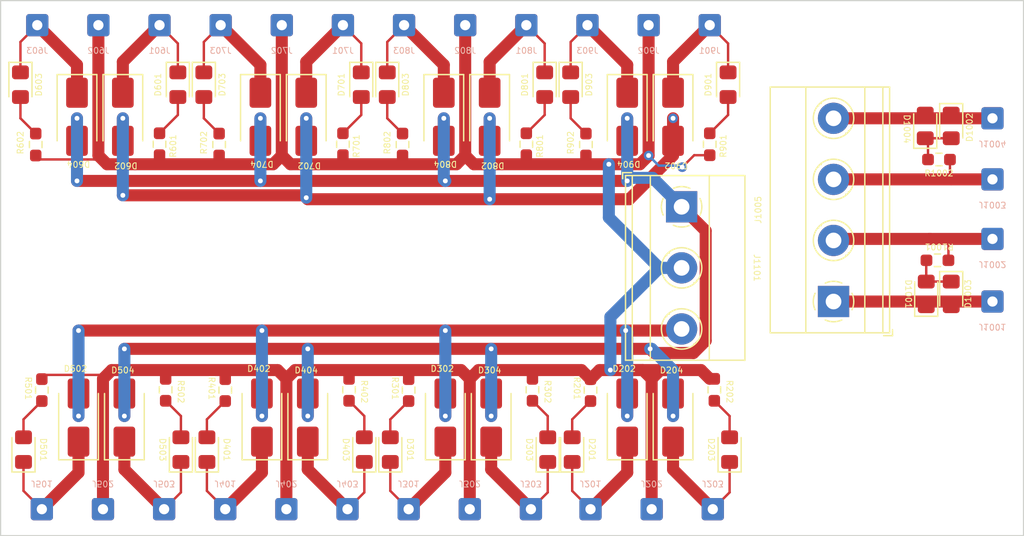
<source format=kicad_pcb>
(kicad_pcb (version 20240108) (generator "pcbnew") (generator_version "8.0")
  (layers (0 "F.Cu" signal) (31 "B.Cu" signal) (34 "B.Paste" user) (35 "F.Paste" user) (36 "B.SilkS" user "B.Silkscreen") (37 "F.SilkS" user "F.Silkscreen") (38 "B.Mask" user) (39 "F.Mask" user) (44 "Edge.Cuts" user))
  (net 0 "")
  (net 1 "Net-(D201-A)")
  (net 2 "Net-(D201-K)")
  (net 3 "A")
  (net 4 "Net-(D203-K)")
  (net 5 "Net-(D203-A)")
  (net 6 "B")
  (net 7 "Net-(D301-K)")
  (net 8 "Net-(D301-A)")
  (net 9 "Net-(D303-A)")
  (net 10 "Net-(D303-K)")
  (net 11 "Net-(D401-K)")
  (net 12 "Net-(D401-A)")
  (net 13 "Net-(D403-K)")
  (net 14 "Net-(D403-A)")
  (net 15 "Net-(D501-K)")
  (net 16 "Net-(D501-A)")
  (net 17 "Net-(D503-K)")
  (net 18 "Net-(D503-A)")
  (net 19 "Net-(D601-A)")
  (net 20 "Net-(D601-K)")
  (net 21 "Net-(D603-K)")
  (net 22 "Net-(D603-A)")
  (net 23 "Net-(D701-K)")
  (net 24 "Net-(D701-A)")
  (net 25 "Net-(D703-A)")
  (net 26 "Net-(D703-K)")
  (net 27 "Net-(D801-A)")
  (net 28 "Net-(D801-K)")
  (net 29 "Net-(D803-K)")
  (net 30 "Net-(D803-A)")
  (net 31 "Net-(D901-K)")
  (net 32 "Net-(D901-A)")
  (net 33 "Net-(D903-A)")
  (net 34 "Net-(D903-K)")
  (net 35 "VCC")
  (net 36 "Net-(J1002-Pin_1)")
  (net 37 "Net-(J1003-Pin_1)")
  (net 38 "Net-(D1001-K)")
  (net 39 "Net-(D1001-A)")
  (net 40 "Net-(D1002-K)")
  (net 41 "Net-(D1002-A)")
  (footprint "Diode_SMD:D_SMA" (layer "F.Cu") (at 121.285 114.681 90)
    (property "Reference" "D504")
    (property "Value" "SS53")
  )
  (footprint "LED_SMD:LED_0805_2012Metric_Pad1.15x1.40mm_HandSolder" (layer "F.Cu") (at 143.383 117.348 90)
    (property "Reference" "D301")
    (property "Value" "LED")
  )
  (footprint "Diode_SMD:D_SMA" (layer "F.Cu") (at 147.828 89.662 -90)
    (property "Reference" "D804")
    (property "Value" "SS53")
  )
  (footprint "custom_kicad_lib_sk:R_0603_smalltext" (layer "F.Cu") (at 129.667 112.395 90)
    (property "Reference" "R401")
    (property "Value" "10k")
  )
  (footprint "LED_SMD:LED_0805_2012Metric_Pad1.15x1.40mm_HandSolder" (layer "F.Cu") (at 187.833 90.424 90)
    (property "Reference" "D1004")
    (property "Value" "LED")
  )
  (footprint "custom_kicad_lib_sk:R_0603_smalltext" (layer "F.Cu") (at 159.639 91.9715 -90)
    (property "Reference" "R902")
    (property "Value" "10k")
  )
  (footprint "custom_kicad_lib_sk:R_0603_smalltext" (layer "F.Cu") (at 124.714 112.3715 90)
    (property "Reference" "R502")
    (property "Value" "10k")
  )
  (footprint "Diode_SMD:D_SMA" (layer "F.Cu") (at 117.348 89.662 -90)
    (property "Reference" "D604")
    (property "Value" "SS53")
  )
  (footprint "Diode_SMD:D_SMA" (layer "F.Cu") (at 163.068 114.681 90)
    (property "Reference" "D202")
    (property "Value" "SS53")
  )
  (footprint "LED_SMD:LED_0805_2012Metric_Pad1.15x1.40mm_HandSolder" (layer "F.Cu") (at 171.45 86.995 -90)
    (property "Reference" "D901")
    (property "Value" "LED")
  )
  (footprint "Diode_SMD:D_SMA" (layer "F.Cu") (at 132.588 89.662 -90)
    (property "Reference" "D704")
    (property "Value" "SS53")
  )
  (footprint "Diode_SMD:D_SMA" (layer "F.Cu") (at 151.638 89.662 -90)
    (property "Reference" "D802")
    (property "Value" "SS53")
  )
  (footprint "LED_SMD:LED_0805_2012Metric_Pad1.15x1.40mm_HandSolder" (layer "F.Cu") (at 156.464 117.348 90)
    (property "Reference" "D303")
    (property "Value" "LED")
  )
  (footprint "Diode_SMD:D_SMA" (layer "F.Cu") (at 166.878 89.662 -90)
    (property "Reference" "D902")
    (property "Value" "SS53")
  )
  (footprint "LED_SMD:LED_0805_2012Metric_Pad1.15x1.40mm_HandSolder" (layer "F.Cu") (at 156.21 86.995 -90)
    (property "Reference" "D801")
    (property "Value" "LED")
  )
  (footprint "TerminalBlock_Phoenix:TerminalBlock_Phoenix_MKDS-1,5-3-5.08_1x03_P5.08mm_Horizontal" (layer "F.Cu") (at 167.589 97.15 -90)
    (property "Reference" "J1101")
    (property "Value" "COIL")
  )
  (footprint "LED_SMD:LED_0805_2012Metric_Pad1.15x1.40mm_HandSolder" (layer "F.Cu") (at 125.73 86.995 -90)
    (property "Reference" "D601")
    (property "Value" "LED")
  )
  (footprint "Diode_SMD:D_SMA" (layer "F.Cu") (at 136.525 114.681 90)
    (property "Reference" "D404")
    (property "Value" "SS53")
  )
  (footprint "TerminalBlock_Phoenix:TerminalBlock_Phoenix_MKDS-1,5-4-5.08_1x04_P5.08mm_Horizontal" (layer "F.Cu") (at 180.213 105.029 90)
    (property "Reference" "J1005")
    (property "Value" "Screw_Terminal_01x04")
  )
  (footprint "LED_SMD:LED_0805_2012Metric_Pad1.15x1.40mm_HandSolder" (layer "F.Cu") (at 187.916 104.394 90)
    (property "Reference" "D1001")
    (property "Value" "LED")
  )
  (footprint "custom_kicad_lib_sk:R_0603_smalltext" (layer "F.Cu") (at 154.686 91.948 -90)
    (property "Reference" "R801")
    (property "Value" "10k")
  )
  (footprint "Diode_SMD:D_SMA" (layer "F.Cu") (at 147.955 114.681 90)
    (property "Reference" "D302")
    (property "Value" "SS53")
  )
  (footprint "custom_kicad_lib_sk:R_0603_smalltext" (layer "F.Cu") (at 188.849 101.6)
    (property "Reference" "R1001")
    (property "Value" "10k")
  )
  (footprint "custom_kicad_lib_sk:R_0603_smalltext" (layer "F.Cu") (at 144.399 91.9715 -90)
    (property "Reference" "R802")
    (property "Value" "10k")
  )
  (footprint "custom_kicad_lib_sk:R_0603_smalltext" (layer "F.Cu") (at 144.907 112.395 90)
    (property "Reference" "R301")
    (property "Value" "10k")
  )
  (footprint "LED_SMD:LED_0805_2012Metric_Pad1.15x1.40mm_HandSolder" (layer "F.Cu") (at 128.143 117.348 90)
    (property "Reference" "D401")
    (property "Value" "LED")
  )
  (footprint "custom_kicad_lib_sk:R_0603_smalltext" (layer "F.Cu") (at 170.307 112.3715 90)
    (property "Reference" "R202")
    (property "Value" "10k")
  )
  (footprint "custom_kicad_lib_sk:R_0603_smalltext" (layer "F.Cu") (at 160.02 112.395 90)
    (property "Reference" "R201")
    (property "Value" "10k")
  )
  (footprint "LED_SMD:LED_0805_2012Metric_Pad1.15x1.40mm_HandSolder" (layer "F.Cu") (at 143.129 86.995 -90)
    (property "Reference" "D803")
    (property "Value" "LED")
  )
  (footprint "custom_kicad_lib_sk:R_0603_smalltext" (layer "F.Cu") (at 155.194 112.3715 90)
    (property "Reference" "R302")
    (property "Value" "10k")
  )
  (footprint "LED_SMD:LED_0805_2012Metric_Pad1.15x1.40mm_HandSolder" (layer "F.Cu") (at 141.224 117.348 90)
    (property "Reference" "D403")
    (property "Value" "LED")
  )
  (footprint "Diode_SMD:D_SMA" (layer "F.Cu") (at 166.878 114.681 90)
    (property "Reference" "D204")
    (property "Value" "SS53")
  )
  (footprint "Diode_SMD:D_SMA" (layer "F.Cu") (at 136.398 89.662 -90)
    (property "Reference" "D702")
    (property "Value" "SS53")
  )
  (footprint "Diode_SMD:D_SMA" (layer "F.Cu") (at 132.715 114.681 90)
    (property "Reference" "D402")
    (property "Value" "SS53")
  )
  (footprint "LED_SMD:LED_0805_2012Metric_Pad1.15x1.40mm_HandSolder" (layer "F.Cu") (at 125.984 117.348 90)
    (property "Reference" "D503")
    (property "Value" "LED")
  )
  (footprint "custom_kicad_lib_sk:R_0603_smalltext" (layer "F.Cu") (at 113.919 91.9715 -90)
    (property "Reference" "R602")
    (property "Value" "10k")
  )
  (footprint "LED_SMD:LED_0805_2012Metric_Pad1.15x1.40mm_HandSolder" (layer "F.Cu") (at 112.903 117.348 90)
    (property "Reference" "D501")
    (property "Value" "LED")
  )
  (footprint "LED_SMD:LED_0805_2012Metric_Pad1.15x1.40mm_HandSolder" (layer "F.Cu") (at 171.577 117.348 90)
    (property "Reference" "D203")
    (property "Value" "LED")
  )
  (footprint "custom_kicad_lib_sk:R_0603_smalltext" (layer "F.Cu") (at 169.926 91.948 -90)
    (property "Reference" "R901")
    (property "Value" "10k")
  )
  (footprint "LED_SMD:LED_0805_2012Metric_Pad1.15x1.40mm_HandSolder" (layer "F.Cu") (at 158.496 117.348 90)
    (property "Reference" "D201")
    (property "Value" "LED")
  )
  (footprint "Diode_SMD:D_SMA" (layer "F.Cu") (at 117.475 114.681 90)
    (property "Reference" "D502")
    (property "Value" "SS53")
  )
  (footprint "LED_SMD:LED_0805_2012Metric_Pad1.15x1.40mm_HandSolder" (layer "F.Cu") (at 158.369 86.995 -90)
    (property "Reference" "D903")
    (property "Value" "LED")
  )
  (footprint "custom_kicad_lib_sk:R_0603_smalltext" (layer "F.Cu") (at 129.159 91.9715 -90)
    (property "Reference" "R702")
    (property "Value" "10k")
  )
  (footprint "LED_SMD:LED_0805_2012Metric_Pad1.15x1.40mm_HandSolder" (layer "F.Cu") (at 140.97 86.995 -90)
    (property "Reference" "D701")
    (property "Value" "LED")
  )
  (footprint "custom_kicad_lib_sk:R_0603_smalltext" (layer "F.Cu") (at 139.446 91.948 -90)
    (property "Reference" "R701")
    (property "Value" "10k")
  )
  (footprint "custom_kicad_lib_sk:R_0603_smalltext" (layer "F.Cu") (at 139.954 112.3715 90)
    (property "Reference" "R402")
    (property "Value" "10k")
  )
  (footprint "custom_kicad_lib_sk:R_0603_smalltext" (layer "F.Cu") (at 188.976 93.218)
    (property "Reference" "R1002")
    (property "Value" "10k")
  )
  (footprint "LED_SMD:LED_0805_2012Metric_Pad1.15x1.40mm_HandSolder" (layer "F.Cu") (at 189.992 90.424 -90)
    (property "Reference" "D1002")
    (property "Value" "LED")
  )
  (footprint "custom_kicad_lib_sk:R_0603_smalltext" (layer "F.Cu") (at 124.206 91.948 -90)
    (property "Reference" "R601")
    (property "Value" "10k")
  )
  (footprint "Diode_SMD:D_SMA" (layer "F.Cu") (at 163.068 89.662 -90)
    (property "Reference" "D904")
    (property "Value" "SS53")
  )
  (footprint "custom_kicad_lib_sk:R_0603_smalltext" (layer "F.Cu") (at 114.427 112.395 90)
    (property "Reference" "R501")
    (property "Value" "10k")
  )
  (footprint "LED_SMD:LED_0805_2012Metric_Pad1.15x1.40mm_HandSolder" (layer "F.Cu") (at 127.889 86.995 -90)
    (property "Reference" "D703")
    (property "Value" "LED")
  )
  (footprint "Diode_SMD:D_SMA" (layer "F.Cu") (at 121.158 89.662 -90)
    (property "Reference" "D602")
    (property "Value" "SS53")
  )
  (footprint "Diode_SMD:D_SMA" (layer "F.Cu") (at 151.765 114.681 90)
    (property "Reference" "D304")
    (property "Value" "SS53")
  )
  (footprint "LED_SMD:LED_0805_2012Metric_Pad1.15x1.40mm_HandSolder" (layer "F.Cu") (at 112.649 86.995 -90)
    (property "Reference" "D603")
    (property "Value" "LED")
  )
  (footprint "LED_SMD:LED_0805_2012Metric_Pad1.15x1.40mm_HandSolder" (layer "F.Cu") (at 189.992 104.394 -90)
    (property "Reference" "D1003")
    (property "Value" "LED")
  )
  (footprint "custom_kicad_lib_sk:pogopin" (layer "B.Cu") (at 193.421 99.822)
    (property "Reference" "J1002")
    (property "Value" "POGO")
  )
  (footprint "custom_kicad_lib_sk:pogopin" (layer "B.Cu") (at 134.366 82.042)
    (property "Reference" "J702")
    (property "Value" "pogo")
  )
  (footprint "custom_kicad_lib_sk:pogopin" (layer "B.Cu") (at 169.926 82.042)
    (property "Reference" "J901")
    (property "Value" "pogo")
  )
  (footprint "custom_kicad_lib_sk:pogopin" (layer "B.Cu") (at 149.987 122.301 180)
    (property "Reference" "J302")
    (property "Value" "pogo")
  )
  (footprint "custom_kicad_lib_sk:pogopin" (layer "B.Cu") (at 139.827 122.301 180)
    (property "Reference" "J403")
    (property "Value" "pogo")
  )
  (footprint "custom_kicad_lib_sk:pogopin" (layer "B.Cu") (at 159.766 82.042)
    (property "Reference" "J903")
    (property "Value" "pogo")
  )
  (footprint "custom_kicad_lib_sk:pogopin" (layer "B.Cu") (at 139.446 82.042)
    (property "Reference" "J701")
    (property "Value" "pogo")
  )
  (footprint "custom_kicad_lib_sk:pogopin" (layer "B.Cu") (at 170.18 122.301 180)
    (property "Reference" "J203")
    (property "Value" "pogo")
  )
  (footprint "custom_kicad_lib_sk:pogopin" (layer "B.Cu") (at 154.686 82.042)
    (property "Reference" "J801")
    (property "Value" "pogo")
  )
  (footprint "custom_kicad_lib_sk:pogopin" (layer "B.Cu") (at 129.667 122.301 180)
    (property "Reference" "J401")
    (property "Value" "pogo")
  )
  (footprint "custom_kicad_lib_sk:pogopin" (layer "B.Cu") (at 124.206 82.042)
    (property "Reference" "J601")
    (property "Value" "pogo")
  )
  (footprint "custom_kicad_lib_sk:pogopin" (layer "B.Cu") (at 114.046 82.042)
    (property "Reference" "J603")
    (property "Value" "pogo")
  )
  (footprint "custom_kicad_lib_sk:pogopin" (layer "B.Cu") (at 149.606 82.042)
    (property "Reference" "J802")
    (property "Value" "pogo")
  )
  (footprint "custom_kicad_lib_sk:pogopin" (layer "B.Cu") (at 144.526 82.042)
    (property "Reference" "J803")
    (property "Value" "pogo")
  )
  (footprint "custom_kicad_lib_sk:pogopin" (layer "B.Cu") (at 165.1 122.301 180)
    (property "Reference" "J202")
    (property "Value" "pogo")
  )
  (footprint "custom_kicad_lib_sk:pogopin" (layer "B.Cu") (at 124.587 122.301 180)
    (property "Reference" "J503")
    (property "Value" "pogo")
  )
  (footprint "custom_kicad_lib_sk:pogopin" (layer "B.Cu") (at 119.126 82.042)
    (property "Reference" "J602")
    (property "Value" "pogo")
  )
  (footprint "custom_kicad_lib_sk:pogopin" (layer "B.Cu") (at 134.747 122.301 180)
    (property "Reference" "J402")
    (property "Value" "pogo")
  )
  (footprint "custom_kicad_lib_sk:pogopin" (layer "B.Cu") (at 114.427 122.301 180)
    (property "Reference" "J501")
    (property "Value" "pogo")
  )
  (footprint "custom_kicad_lib_sk:pogopin" (layer "B.Cu") (at 164.846 82.042)
    (property "Reference" "J902")
    (property "Value" "pogo")
  )
  (footprint "custom_kicad_lib_sk:pogopin" (layer "B.Cu") (at 119.507 122.301 180)
    (property "Reference" "J502")
    (property "Value" "pogo")
  )
  (footprint "custom_kicad_lib_sk:pogopin" (layer "B.Cu") (at 160.02 122.301 180)
    (property "Reference" "J201")
    (property "Value" "pogo")
  )
  (footprint "custom_kicad_lib_sk:pogopin" (layer "B.Cu") (at 129.286 82.042)
    (property "Reference" "J703")
    (property "Value" "pogo")
  )
  (footprint "custom_kicad_lib_sk:pogopin" (layer "B.Cu") (at 155.067 122.301 180)
    (property "Reference" "J303")
    (property "Value" "pogo")
  )
  (footprint "custom_kicad_lib_sk:pogopin" (layer "B.Cu") (at 193.421 94.869)
    (property "Reference" "J1003")
    (property "Value" "POGO")
  )
  (footprint "custom_kicad_lib_sk:pogopin" (layer "B.Cu") (at 144.907 122.301 180)
    (property "Reference" "J301")
    (property "Value" "pogo")
  )
  (footprint "custom_kicad_lib_sk:pogopin" (layer "B.Cu") (at 193.421 89.789)
    (property "Reference" "J1004")
    (property "Value" "POGO")
  )
  (footprint "custom_kicad_lib_sk:pogopin" (layer "B.Cu") (at 193.421 105.029)
    (property "Reference" "J1001")
    (property "Value" "POGO")
  )
  (gr_rect (start 111 80) (end 196 124.5) (stroke (width 0.1)) (fill none) (layer "Edge.Cuts"))
  (segment (start 158.496 114.8315) (end 160.02 113.3075) (width 0.2) (layer "F.Cu") (net 1))
  (segment (start 158.496 116.323) (end 158.496 114.8315) (width 0.2) (layer "F.Cu") (net 1))
  (segment (start 162.392 117.357) (end 163.068 116.681) (width 0.2) (layer "F.Cu") (net 2))
  (segment (start 158.496 120.777) (end 160.02 122.301) (width 0.2) (layer "F.Cu") (net 2))
  (segment (start 160.02 122.301) (end 163.068 119.253) (width 1) (layer "F.Cu") (net 2))
  (segment (start 158.496 118.373) (end 158.496 120.777) (width 0.2) (layer "F.Cu") (net 2))
  (segment (start 163.068 119.253) (end 163.068 116.681) (width 1) (layer "F.Cu") (net 2))
  (segment (start 121.158 91.662) (end 121.158 89.789) (width 1) (layer "F.Cu") (net 3))
  (segment (start 163.241056 96.52) (end 151.638 96.52) (width 1) (layer "F.Cu") (net 3))
  (segment (start 117.475 112.681) (end 117.475 114.554) (width 1) (layer "F.Cu") (net 3))
  (segment (start 162.941 107.442) (end 167.457 107.442) (width 1) (layer "F.Cu") (net 3))
  (segment (start 166.878 91.662) (end 166.878 92.883056) (width 1) (layer "F.Cu") (net 3))
  (segment (start 166.878 92.883056) (end 163.241056 96.52) (width 1) (layer "F.Cu") (net 3))
  (segment (start 136.201 96.196) (end 121.158 96.196) (width 1) (layer "F.Cu") (net 3))
  (segment (start 136.398 91.662) (end 136.398 89.789) (width 1) (layer "F.Cu") (net 3))
  (segment (start 136.398 96.393) (end 136.201 96.196) (width 1) (layer "F.Cu") (net 3))
  (segment (start 147.955 107.442) (end 162.941 107.442) (width 1) (layer "F.Cu") (net 3))
  (segment (start 117.475 107.442) (end 132.715 107.442) (width 1) (layer "F.Cu") (net 3))
  (segment (start 136.525 96.52) (end 136.398 96.393) (width 1) (layer "F.Cu") (net 3))
  (segment (start 151.638 96.52) (end 136.525 96.52) (width 1) (layer "F.Cu") (net 3))
  (segment (start 167.457 107.442) (end 167.589 107.31) (width 1) (layer "F.Cu") (net 3))
  (segment (start 166.878 91.662) (end 166.878 89.789) (width 1) (layer "F.Cu") (net 3))
  (segment (start 132.715 107.442) (end 147.955 107.442) (width 1) (layer "F.Cu") (net 3))
  (segment (start 132.715 112.681) (end 132.715 114.554) (width 1) (layer "F.Cu") (net 3))
  (segment (start 147.955 112.681) (end 147.955 114.554) (width 1) (layer "F.Cu") (net 3))
  (segment (start 163.068 112.681) (end 163.068 114.554) (width 1) (layer "F.Cu") (net 3))
  (segment (start 151.638 91.662) (end 151.638 89.789) (width 1) (layer "F.Cu") (net 3))
  (via (at 151.638 96.52) (size 0.8) (drill 0.4) (layers "F.Cu" "B.Cu") (net 3))
  (via (at 136.398 96.393) (size 0.8) (drill 0.4) (layers "F.Cu" "B.Cu") (net 3))
  (via (at 162.941 107.442) (size 0.8) (drill 0.4) (layers "F.Cu" "B.Cu") (net 3))
  (via (at 163.068 114.554) (size 0.8) (drill 0.4) (layers "F.Cu" "B.Cu") (net 3))
  (via (at 136.398 89.789) (size 0.8) (drill 0.4) (layers "F.Cu" "B.Cu") (net 3))
  (via (at 117.475 107.442) (size 0.8) (drill 0.4) (layers "F.Cu" "B.Cu") (net 3))
  (via (at 121.158 96.196) (size 0.8) (drill 0.4) (layers "F.Cu" "B.Cu") (net 3))
  (via (at 117.475 114.554) (size 0.8) (drill 0.4) (layers "F.Cu" "B.Cu") (net 3))
  (via (at 147.955 107.442) (size 0.8) (drill 0.4) (layers "F.Cu" "B.Cu") (net 3))
  (via (at 151.638 89.789) (size 0.8) (drill 0.4) (layers "F.Cu" "B.Cu") (net 3))
  (via (at 132.715 114.554) (size 0.8) (drill 0.4) (layers "F.Cu" "B.Cu") (net 3))
  (via (at 147.955 114.554) (size 0.8) (drill 0.4) (layers "F.Cu" "B.Cu") (net 3))
  (via (at 121.158 89.789) (size 0.8) (drill 0.4) (layers "F.Cu" "B.Cu") (net 3))
  (via (at 132.715 107.442) (size 0.8) (drill 0.4) (layers "F.Cu" "B.Cu") (net 3))
  (via (at 166.878 89.789) (size 0.8) (drill 0.4) (layers "F.Cu" "B.Cu") (net 3))
  (segment (start 151.638 96.52) (end 151.638 89.789) (width 1) (layer "B.Cu") (net 3))
  (segment (start 136.398 96.393) (end 136.398 89.789) (width 1) (layer "B.Cu") (net 3))
  (segment (start 163.068 114.554) (end 163.068 110.744) (width 1) (layer "B.Cu") (net 3))
  (segment (start 147.955 114.554) (end 147.955 107.442) (width 1) (layer "B.Cu") (net 3))
  (segment (start 132.715 114.554) (end 132.715 107.442) (width 1) (layer "B.Cu") (net 3))
  (segment (start 121.158 89.789) (end 121.158 96.196) (width 1) (layer "B.Cu") (net 3))
  (segment (start 117.475 114.554) (end 117.475 107.442) (width 1) (layer "B.Cu") (net 3))
  (segment (start 163.068 110.744) (end 163.068 107.569) (width 1) (layer "B.Cu") (net 3))
  (segment (start 163.068 107.569) (end 162.941 107.442) (width 1) (layer "B.Cu") (net 3))
  (segment (start 171.577 118.373) (end 171.577 120.904) (width 0.2) (layer "F.Cu") (net 4))
  (segment (start 166.878 116.681) (end 166.878 118.999) (width 1) (layer "F.Cu") (net 4))
  (segment (start 166.878 118.999) (end 170.18 122.301) (width 1) (layer "F.Cu") (net 4))
  (segment (start 171.577 120.904) (end 170.18 122.301) (width 0.2) (layer "F.Cu") (net 4))
  (segment (start 171.577 114.554) (end 170.307 113.284) (width 0.2) (layer "F.Cu") (net 5))
  (segment (start 171.577 116.323) (end 171.577 114.554) (width 0.2) (layer "F.Cu") (net 5))
  (segment (start 151.765 108.966) (end 136.525 108.966) (width 1) (layer "F.Cu") (net 6))
  (segment (start 163.068 91.662) (end 163.068 89.789) (width 1) (layer "F.Cu") (net 6))
  (segment (start 166.878 112.681) (end 166.878 114.554) (width 1) (layer "F.Cu") (net 6))
  (segment (start 163.068 94.996) (end 147.955 94.996) (width 1) (layer "F.Cu") (net 6))
  (segment (start 151.765 112.681) (end 151.765 114.554) (width 1) (layer "F.Cu") (net 6))
  (segment (start 168.566 109.31) (end 169.589 108.287) (width 1) (layer "F.Cu") (net 6))
  (segment (start 169.589 108.287) (end 169.589 99.15) (width 1) (layer "F.Cu") (net 6))
  (segment (start 121.285 112.681) (end 121.285 114.554) (width 1) (layer "F.Cu") (net 6))
  (segment (start 136.525 108.966) (end 121.285 108.966) (width 1) (layer "F.Cu") (net 6))
  (segment (start 147.828 91.662) (end 147.828 89.789) (width 1) (layer "F.Cu") (net 6))
  (segment (start 117.348 91.662) (end 117.348 89.789) (width 1) (layer "F.Cu") (net 6))
  (segment (start 165.317 109.31) (end 168.566 109.31) (width 1) (layer "F.Cu") (net 6))
  (segment (start 164.973 108.966) (end 165.317 109.31) (width 1) (layer "F.Cu") (net 6))
  (segment (start 132.588 94.996) (end 117.348 94.996) (width 1) (layer "F.Cu") (net 6))
  (segment (start 136.525 112.681) (end 136.525 114.554) (width 1) (layer "F.Cu") (net 6))
  (segment (start 169.589 99.15) (end 167.589 97.15) (width 1) (layer "F.Cu") (net 6))
  (segment (start 147.955 94.996) (end 132.588 94.996) (width 1) (layer "F.Cu") (net 6))
  (segment (start 164.973 108.966) (end 151.765 108.966) (width 1) (layer "F.Cu") (net 6))
  (segment (start 132.588 91.662) (end 132.588 89.789) (width 1) (layer "F.Cu") (net 6))
  (via (at 151.765 108.966) (size 0.8) (drill 0.4) (layers "F.Cu" "B.Cu") (net 6))
  (via (at 132.588 94.996) (size 0.8) (drill 0.4) (layers "F.Cu" "B.Cu") (net 6))
  (via (at 121.285 114.554) (size 0.8) (drill 0.4) (layers "F.Cu" "B.Cu") (net 6))
  (via (at 166.878 114.554) (size 0.8) (drill 0.4) (layers "F.Cu" "B.Cu") (net 6))
  (via (at 117.348 89.789) (size 0.8) (drill 0.4) (layers "F.Cu" "B.Cu") (net 6))
  (via (at 132.588 89.789) (size 0.8) (drill 0.4) (layers "F.Cu" "B.Cu") (net 6))
  (via (at 164.973 108.966) (size 0.8) (drill 0.4) (layers "F.Cu" "B.Cu") (net 6))
  (via (at 117.348 94.996) (size 0.8) (drill 0.4) (layers "F.Cu" "B.Cu") (net 6))
  (via (at 136.525 108.966) (size 0.8) (drill 0.4) (layers "F.Cu" "B.Cu") (net 6))
  (via (at 136.525 114.554) (size 0.8) (drill 0.4) (layers "F.Cu" "B.Cu") (net 6))
  (via (at 121.285 108.966) (size 0.8) (drill 0.4) (layers "F.Cu" "B.Cu") (net 6))
  (via (at 147.955 94.996) (size 0.8) (drill 0.4) (layers "F.Cu" "B.Cu") (net 6))
  (via (at 147.828 89.789) (size 0.8) (drill 0.4) (layers "F.Cu" "B.Cu") (net 6))
  (via (at 163.068 89.789) (size 0.8) (drill 0.4) (layers "F.Cu" "B.Cu") (net 6))
  (via (at 151.765 114.554) (size 0.8) (drill 0.4) (layers "F.Cu" "B.Cu") (net 6))
  (via (at 163.068 94.996) (size 0.8) (drill 0.4) (layers "F.Cu" "B.Cu") (net 6))
  (segment (start 136.525 114.554) (end 136.525 108.966) (width 1) (layer "B.Cu") (net 6))
  (segment (start 151.765 114.554) (end 151.765 108.966) (width 1) (layer "B.Cu") (net 6))
  (segment (start 165.181 94.742) (end 167.589 97.15) (width 1) (layer "B.Cu") (net 6))
  (segment (start 163.068 94.742) (end 163.068 94.996) (width 1) (layer "B.Cu") (net 6))
  (segment (start 166.878 114.554) (end 166.878 110.744) (width 1) (layer "B.Cu") (net 6))
  (segment (start 147.828 94.869) (end 147.955 94.996) (width 1) (layer "B.Cu") (net 6))
  (segment (start 166.878 110.744) (end 165.1 108.966) (width 1) (layer "B.Cu") (net 6))
  (segment (start 117.348 94.996) (end 117.348 89.789) (width 1) (layer "B.Cu") (net 6))
  (segment (start 163.068 89.789) (end 163.068 94.742) (width 1) (layer "B.Cu") (net 6))
  (segment (start 132.588 89.789) (end 132.588 94.996) (width 1) (layer "B.Cu") (net 6))
  (segment (start 121.285 114.554) (end 121.285 108.966) (width 1) (layer "B.Cu") (net 6))
  (segment (start 165.1 108.966) (end 164.973 108.966) (width 1) (layer "B.Cu") (net 6))
  (segment (start 163.068 94.742) (end 165.181 94.742) (width 1) (layer "B.Cu") (net 6))
  (segment (start 147.828 89.789) (end 147.828 94.869) (width 1) (layer "B.Cu") (net 6))
  (segment (start 147.955 119.253) (end 147.955 116.681) (width 1) (layer "F.Cu") (net 7))
  (segment (start 143.383 118.373) (end 143.383 120.777) (width 0.2) (layer "F.Cu") (net 7))
  (segment (start 147.279 117.357) (end 147.955 116.681) (width 0.2) (layer "F.Cu") (net 7))
  (segment (start 144.907 122.301) (end 147.955 119.253) (width 1) (layer "F.Cu") (net 7))
  (segment (start 143.383 120.777) (end 144.907 122.301) (width 0.2) (layer "F.Cu") (net 7))
  (segment (start 143.383 116.323) (end 143.383 114.8315) (width 0.2) (layer "F.Cu") (net 8))
  (segment (start 143.383 114.8315) (end 144.907 113.3075) (width 0.2) (layer "F.Cu") (net 8))
  (segment (start 156.464 116.323) (end 156.464 114.554) (width 0.2) (layer "F.Cu") (net 9))
  (segment (start 156.464 114.554) (end 155.194 113.284) (width 0.2) (layer "F.Cu") (net 9))
  (segment (start 156.464 120.904) (end 155.067 122.301) (width 0.2) (layer "F.Cu") (net 10))
  (segment (start 151.765 116.681) (end 151.765 118.999) (width 1) (layer "F.Cu") (net 10))
  (segment (start 156.464 118.373) (end 156.464 120.904) (width 0.2) (layer "F.Cu") (net 10))
  (segment (start 151.765 118.999) (end 155.067 122.301) (width 1) (layer "F.Cu") (net 10))
  (segment (start 128.143 118.373) (end 128.143 120.777) (width 0.2) (layer "F.Cu") (net 11))
  (segment (start 129.667 122.301) (end 132.715 119.253) (width 1) (layer "F.Cu") (net 11))
  (segment (start 132.039 117.357) (end 132.715 116.681) (width 0.2) (layer "F.Cu") (net 11))
  (segment (start 132.715 119.253) (end 132.715 116.681) (width 1) (layer "F.Cu") (net 11))
  (segment (start 128.143 120.777) (end 129.667 122.301) (width 0.2) (layer "F.Cu") (net 11))
  (segment (start 128.143 116.323) (end 128.143 114.8315) (width 0.2) (layer "F.Cu") (net 12))
  (segment (start 128.143 114.8315) (end 129.667 113.3075) (width 0.2) (layer "F.Cu") (net 12))
  (segment (start 141.224 120.904) (end 139.827 122.301) (width 0.2) (layer "F.Cu") (net 13))
  (segment (start 136.525 116.681) (end 136.525 118.999) (width 1) (layer "F.Cu") (net 13))
  (segment (start 136.525 118.999) (end 139.827 122.301) (width 1) (layer "F.Cu") (net 13))
  (segment (start 141.224 118.373) (end 141.224 120.904) (width 0.2) (layer "F.Cu") (net 13))
  (segment (start 141.224 114.554) (end 139.954 113.284) (width 0.2) (layer "F.Cu") (net 14))
  (segment (start 141.224 116.323) (end 141.224 114.554) (width 0.2) (layer "F.Cu") (net 14))
  (segment (start 112.903 118.373) (end 112.903 120.777) (width 0.2) (layer "F.Cu") (net 15))
  (segment (start 114.427 122.301) (end 117.475 119.253) (width 1) (layer "F.Cu") (net 15))
  (segment (start 112.903 120.777) (end 114.427 122.301) (width 0.2) (layer "F.Cu") (net 15))
  (segment (start 117.475 119.253) (end 117.475 116.681) (width 1) (layer "F.Cu") (net 15))
  (segment (start 116.799 117.357) (end 117.475 116.681) (width 0.2) (layer "F.Cu") (net 15))
  (segment (start 112.903 114.8315) (end 114.427 113.3075) (width 0.2) (layer "F.Cu") (net 16))
  (segment (start 112.903 116.323) (end 112.903 114.8315) (width 0.2) (layer "F.Cu") (net 16))
  (segment (start 125.984 120.904) (end 124.587 122.301) (width 0.2) (layer "F.Cu") (net 17))
  (segment (start 121.285 116.681) (end 121.285 118.999) (width 1) (layer "F.Cu") (net 17))
  (segment (start 125.984 118.373) (end 125.984 120.904) (width 0.2) (layer "F.Cu") (net 17))
  (segment (start 121.285 118.999) (end 124.587 122.301) (width 1) (layer "F.Cu") (net 17))
  (segment (start 125.984 116.323) (end 125.984 114.554) (width 0.2) (layer "F.Cu") (net 18))
  (segment (start 125.984 114.554) (end 124.714 113.284) (width 0.2) (layer "F.Cu") (net 18))
  (segment (start 125.73 88.02) (end 125.73 89.5115) (width 0.2) (layer "F.Cu") (net 19))
  (segment (start 125.73 89.5115) (end 124.206 91.0355) (width 0.2) (layer "F.Cu") (net 19))
  (segment (start 124.206 82.042) (end 121.158 85.09) (width 1) (layer "F.Cu") (net 20))
  (segment (start 121.834 86.986) (end 121.158 87.662) (width 0.2) (layer "F.Cu") (net 20))
  (segment (start 121.158 85.09) (end 121.158 87.662) (width 1) (layer "F.Cu") (net 20))
  (segment (start 125.73 85.97) (end 125.73 83.566) (width 0.2) (layer "F.Cu") (net 20))
  (segment (start 125.73 83.566) (end 124.206 82.042) (width 0.2) (layer "F.Cu") (net 20))
  (segment (start 112.649 85.97) (end 112.649 83.439) (width 0.2) (layer "F.Cu") (net 21))
  (segment (start 117.348 87.662) (end 117.348 85.344) (width 1) (layer "F.Cu") (net 21))
  (segment (start 117.348 85.344) (end 114.046 82.042) (width 1) (layer "F.Cu") (net 21))
  (segment (start 112.649 83.439) (end 114.046 82.042) (width 0.2) (layer "F.Cu") (net 21))
  (segment (start 112.649 89.789) (end 113.919 91.059) (width 0.2) (layer "F.Cu") (net 22))
  (segment (start 112.649 88.02) (end 112.649 89.789) (width 0.2) (layer "F.Cu") (net 22))
  (segment (start 137.074 86.986) (end 136.398 87.662) (width 0.2) (layer "F.Cu") (net 23))
  (segment (start 136.398 85.09) (end 136.398 87.662) (width 1) (layer "F.Cu") (net 23))
  (segment (start 140.97 83.566) (end 139.446 82.042) (width 0.2) (layer "F.Cu") (net 23))
  (segment (start 139.446 82.042) (end 136.398 85.09) (width 1) (layer "F.Cu") (net 23))
  (segment (start 140.97 85.97) (end 140.97 83.566) (width 0.2) (layer "F.Cu") (net 23))
  (segment (start 140.97 88.02) (end 140.97 89.5115) (width 0.2) (layer "F.Cu") (net 24))
  (segment (start 140.97 89.5115) (end 139.446 91.0355) (width 0.2) (layer "F.Cu") (net 24))
  (segment (start 127.889 89.789) (end 129.159 91.059) (width 0.2) (layer "F.Cu") (net 25))
  (segment (start 127.889 88.02) (end 127.889 89.789) (width 0.2) (layer "F.Cu") (net 25))
  (segment (start 132.588 85.344) (end 129.286 82.042) (width 1) (layer "F.Cu") (net 26))
  (segment (start 127.889 85.97) (end 127.889 83.439) (width 0.2) (layer "F.Cu") (net 26))
  (segment (start 127.889 83.439) (end 129.286 82.042) (width 0.2) (layer "F.Cu") (net 26))
  (segment (start 132.588 87.662) (end 132.588 85.344) (width 1) (layer "F.Cu") (net 26))
  (segment (start 156.21 88.02) (end 156.21 89.5115) (width 0.2) (layer "F.Cu") (net 27))
  (segment (start 156.21 89.5115) (end 154.686 91.0355) (width 0.2) (layer "F.Cu") (net 27))
  (segment (start 156.21 85.97) (end 156.21 83.566) (width 0.2) (layer "F.Cu") (net 28))
  (segment (start 156.21 83.566) (end 154.686 82.042) (width 0.2) (layer "F.Cu") (net 28))
  (segment (start 151.638 85.09) (end 151.638 87.662) (width 1) (layer "F.Cu") (net 28))
  (segment (start 154.686 82.042) (end 151.638 85.09) (width 1) (layer "F.Cu") (net 28))
  (segment (start 152.314 86.986) (end 151.638 87.662) (width 0.2) (layer "F.Cu") (net 28))
  (segment (start 143.129 83.439) (end 144.526 82.042) (width 0.2) (layer "F.Cu") (net 29))
  (segment (start 143.129 85.97) (end 143.129 83.439) (width 0.2) (layer "F.Cu") (net 29))
  (segment (start 147.828 85.344) (end 144.526 82.042) (width 1) (layer "F.Cu") (net 29))
  (segment (start 147.828 87.662) (end 147.828 85.344) (width 1) (layer "F.Cu") (net 29))
  (segment (start 143.129 89.789) (end 144.399 91.059) (width 0.2) (layer "F.Cu") (net 30))
  (segment (start 143.129 88.02) (end 143.129 89.789) (width 0.2) (layer "F.Cu") (net 30))
  (segment (start 167.554 86.986) (end 166.878 87.662) (width 0.2) (layer "F.Cu") (net 31))
  (segment (start 171.45 83.566) (end 169.926 82.042) (width 0.2) (layer "F.Cu") (net 31))
  (segment (start 166.878 85.09) (end 166.878 87.662) (width 1) (layer "F.Cu") (net 31))
  (segment (start 171.45 85.97) (end 171.45 83.566) (width 0.2) (layer "F.Cu") (net 31))
  (segment (start 169.926 82.042) (end 166.878 85.09) (width 1) (layer "F.Cu") (net 31))
  (segment (start 171.45 89.5115) (end 169.926 91.0355) (width 0.2) (layer "F.Cu") (net 32))
  (segment (start 171.45 88.02) (end 171.45 89.5115) (width 0.2) (layer "F.Cu") (net 32))
  (segment (start 158.369 88.02) (end 158.369 89.789) (width 0.2) (layer "F.Cu") (net 33))
  (segment (start 158.369 89.789) (end 159.639 91.059) (width 0.2) (layer "F.Cu") (net 33))
  (segment (start 158.369 85.97) (end 158.369 83.439) (width 0.2) (layer "F.Cu") (net 34))
  (segment (start 158.369 83.439) (end 159.766 82.042) (width 0.2) (layer "F.Cu") (net 34))
  (segment (start 163.068 85.344) (end 159.766 82.042) (width 1) (layer "F.Cu") (net 34))
  (segment (start 163.068 87.662) (end 163.068 85.344) (width 1) (layer "F.Cu") (net 34))
  (segment (start 169.198 110.731) (end 169.926 111.459) (width 1) (layer "F.Cu") (net 35))
  (segment (start 150.71457 110.731) (end 159.2685 110.731) (width 1) (layer "F.Cu") (net 35))
  (segment (start 161.544 93.612) (end 150.33357 93.612) (width 1) (layer "F.Cu") (net 35))
  (segment (start 161.671 110.731) (end 160.7715 110.731) (width 1) (layer "F.Cu") (net 35))
  (segment (start 165.1 111.45857) (end 165.82757 110.731) (width 1) (layer "F.Cu") (net 35))
  (segment (start 119.126 82.042) (end 119.126 92.88443) (width 1) (layer "F.Cu") (net 35))
  (segment (start 119.85357 93.612) (end 119.126 92.88443) (width 1) (layer "F.Cu") (net 35))
  (segment (start 135.47457 110.731) (end 149.25943 110.731) (width 1) (layer "F.Cu") (net 35))
  (segment (start 120.23457 110.731) (end 134.01943 110.731) (width 1) (layer "F.Cu") (net 35))
  (segment (start 134.01943 110.731) (end 134.747 111.45857) (width 1) (layer "F.Cu") (net 35))
  (segment (start 114.247 93.212) (end 118.79843 93.212) (width 0.2) (layer "F.Cu") (net 35))
  (segment (start 119.507 111.45857) (end 120.23457 110.731) (width 1) (layer "F.Cu") (net 35))
  (segment (start 165.82757 110.731) (end 166.751 110.731) (width 1) (layer "F.Cu") (net 35))
  (segment (start 166.751 110.731) (end 163.449 110.731) (width 1) (layer "F.Cu") (net 35))
  (segment (start 164.846 82.042) (end 164.846 92.88443) (width 1) (layer "F.Cu") (net 35))
  (segment (start 134.366 82.042) (end 134.366 92.88443) (width 1) (layer "F.Cu") (net 35))
  (segment (start 113.919 92.884) (end 114.247 93.212) (width 0.2) (layer "F.Cu") (net 35))
  (segment (start 133.63843 93.612) (end 119.85357 93.612) (width 1) (layer "F.Cu") (net 35))
  (segment (start 169.926 92.8605) (end 168.6325 92.8605) (width 0.2) (layer "F.Cu") (net 35))
  (segment (start 149.25943 110.731) (end 149.987 111.45857) (width 1) (layer "F.Cu") (net 35))
  (segment (start 166.751 110.731) (end 169.198 110.731) (width 1) (layer "F.Cu") (net 35))
  (segment (start 149.606 82.042) (end 149.606 92.88443) (width 1) (layer "F.Cu") (net 35))
  (segment (start 114.7785 111.131) (end 119.17943 111.131) (width 0.2) (layer "F.Cu") (net 35))
  (segment (start 149.987 122.301) (end 149.987 111.45857) (width 1) (layer "F.Cu") (net 35))
  (segment (start 149.606 92.88443) (end 148.87843 93.612) (width 1) (layer "F.Cu") (net 35))
  (segment (start 134.747 111.45857) (end 135.47457 110.731) (width 1) (layer "F.Cu") (net 35))
  (segment (start 118.79843 93.212) (end 119.126 92.88443) (width 0.2) (layer "F.Cu") (net 35))
  (segment (start 160.7715 110.731) (end 160.02 111.4825) (width 1) (layer "F.Cu") (net 35))
  (segment (start 163.449 110.731) (end 161.671 110.731) (width 1) (layer "F.Cu") (net 35))
  (segment (start 148.87843 93.612) (end 135.09357 93.612) (width 1) (layer "F.Cu") (net 35))
  (segment (start 159.2685 110.731) (end 160.02 111.4825) (width 1) (layer "F.Cu") (net 35))
  (segment (start 168.6325 92.8605) (end 167.64 93.853) (width 0.2) (layer "F.Cu") (net 35))
  (segment (start 119.17943 111.131) (end 119.507 111.45857) (width 0.2) (layer "F.Cu") (net 35))
  (segment (start 165.1 122.301) (end 165.1 111.45857) (width 1) (layer "F.Cu") (net 35))
  (segment (start 150.33357 93.612) (end 149.606 92.88443) (width 1) (layer "F.Cu") (net 35))
  (segment (start 164.37243 110.731) (end 163.449 110.731) (width 1) (layer "F.Cu") (net 35))
  (segment (start 164.846 92.88443) (end 164.11843 93.612) (width 1) (layer "F.Cu") (net 35))
  (segment (start 119.507 122.301) (end 119.507 111.45857) (width 1) (layer "F.Cu") (net 35))
  (segment (start 135.09357 93.612) (end 134.366 92.88443) (width 1) (layer "F.Cu") (net 35))
  (segment (start 164.11843 93.612) (end 161.544 93.612) (width 1) (layer "F.Cu") (net 35))
  (segment (start 134.747 122.301) (end 134.747 111.45857) (width 1) (layer "F.Cu") (net 35))
  (segment (start 134.366 92.88443) (end 133.63843 93.612) (width 1) (layer "F.Cu") (net 35))
  (segment (start 165.1 111.45857) (end 164.37243 110.731) (width 1) (layer "F.Cu") (net 35))
  (segment (start 149.987 111.45857) (end 150.71457 110.731) (width 1) (layer "F.Cu") (net 35))
  (segment (start 114.427 111.4825) (end 114.7785 111.131) (width 0.2) (layer "F.Cu") (net 35))
  (via (at 164.846 92.88443) (size 0.8) (drill 0.4) (layers "F.Cu" "B.Cu") (net 35))
  (via (at 161.544 93.612) (size 0.8) (drill 0.4) (layers "F.Cu" "B.Cu") (net 35))
  (via (at 161.671 110.731) (size 0.8) (drill 0.4) (layers "F.Cu" "B.Cu") (net 35))
  (via (at 167.64 93.853) (size 0.8) (drill 0.4) (layers "F.Cu" "B.Cu") (net 35))
  (segment (start 165.750523 102.23) (end 161.671 106.309523) (width 1) (layer "B.Cu") (net 35))
  (segment (start 167.589 102.23) (end 165.750523 102.23) (width 1) (layer "B.Cu") (net 35))
  (segment (start 161.671 106.309523) (end 161.671 110.731) (width 1) (layer "B.Cu") (net 35))
  (segment (start 167.513 93.726) (end 165.68757 93.726) (width 0.2) (layer "B.Cu") (net 35))
  (segment (start 161.544 98.044) (end 161.544 93.612) (width 1) (layer "B.Cu") (net 35))
  (segment (start 165.68757 93.726) (end 164.846 92.88443) (width 0.2) (layer "B.Cu") (net 35))
  (segment (start 167.589 102.23) (end 165.73 102.23) (width 1) (layer "B.Cu") (net 35))
  (segment (start 167.64 93.853) (end 167.513 93.726) (width 0.2) (layer "B.Cu") (net 35))
  (segment (start 165.73 102.23) (end 161.544 98.044) (width 1) (layer "B.Cu") (net 35))
  (segment (start 188.261 99.869) (end 188.214 99.822) (width 0.2) (layer "F.Cu") (net 36))
  (segment (start 193.421 99.822) (end 188.214 99.822) (width 1) (layer "F.Cu") (net 36))
  (segment (start 189.7615 101.6) (end 189.7615 99.869) (width 0.2) (layer "F.Cu") (net 36))
  (segment (start 180.34 99.822) (end 180.213 99.949) (width 1) (layer "F.Cu") (net 36))
  (segment (start 188.214 99.822) (end 180.34 99.822) (width 1) (layer "F.Cu") (net 36))
  (segment (start 189.992 94.869) (end 180.213 94.869) (width 1) (layer "F.Cu") (net 37))
  (segment (start 193.421 94.869) (end 189.992 94.869) (width 1) (layer "F.Cu") (net 37))
  (segment (start 189.8885 94.7655) (end 189.992 94.869) (width 0.2) (layer "F.Cu") (net 37))
  (segment (start 189.8885 93.218) (end 189.8885 94.7655) (width 0.2) (layer "F.Cu") (net 37))
  (segment (start 193.421 105.029) (end 180.213 105.029) (width 1) (layer "F.Cu") (net 38))
  (segment (start 187.916 101.6205) (end 187.9365 101.6) (width 0.2) (layer "F.Cu") (net 39))
  (segment (start 189.992 103.369) (end 187.916 103.369) (width 0.2) (layer "F.Cu") (net 39))
  (segment (start 187.916 103.369) (end 187.916 101.6205) (width 0.2) (layer "F.Cu") (net 39))
  (segment (start 193.421 89.789) (end 180.213 89.789) (width 1) (layer "F.Cu") (net 40))
  (segment (start 188.0635 93.218) (end 188.0635 91.6795) (width 0.2) (layer "F.Cu") (net 41))
  (segment (start 187.833 91.449) (end 189.992 91.449) (width 0.2) (layer "F.Cu") (net 41))
  (segment (start 188.0635 91.6795) (end 187.833 91.449) (width 0.2) (layer "F.Cu") (net 41))
)
</source>
